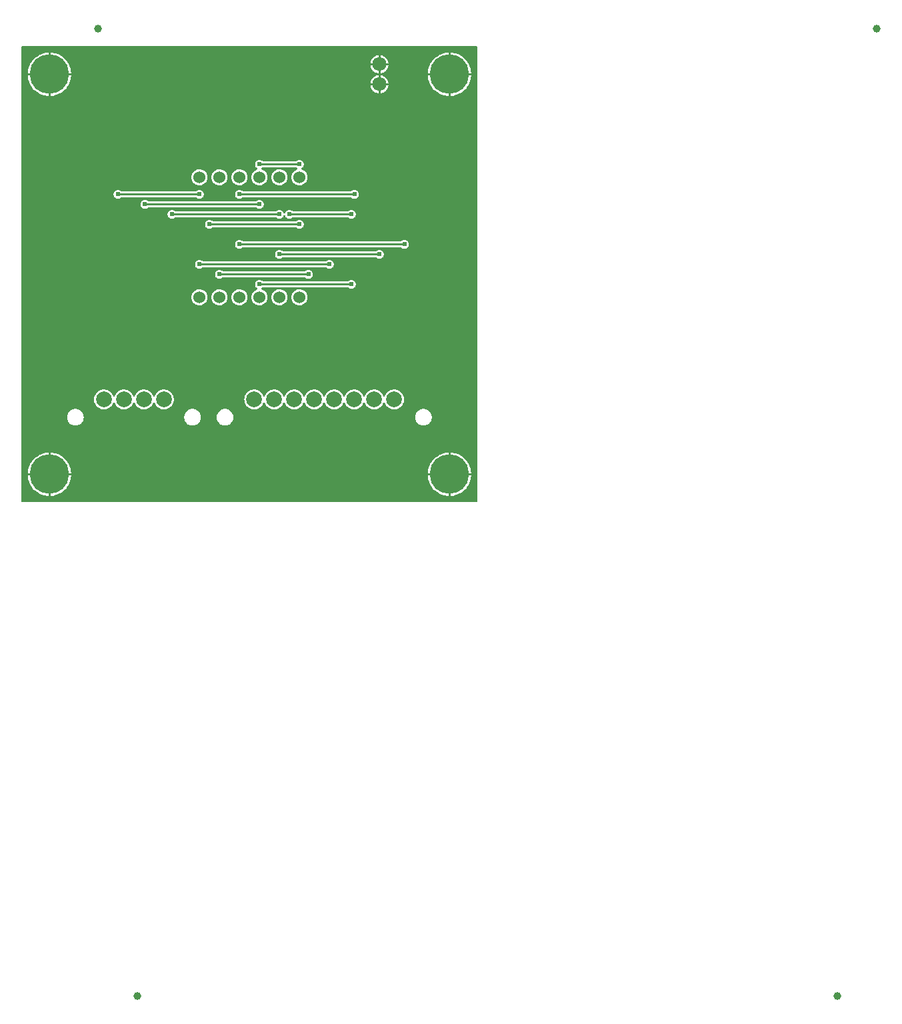
<source format=gbl>
G04 Layer: BottomLayer*
G04 EasyEDA v6.5.22, 2022-11-24 12:25:33*
G04 d5585ffcc7884e9682782ddcc4f09953,5a6b42c53f6a479593ecc07194224c93,10*
G04 Gerber Generator version 0.2*
G04 Scale: 100 percent, Rotated: No, Reflected: No *
G04 Dimensions in millimeters *
G04 leading zeros omitted , absolute positions ,4 integer and 5 decimal *
%FSLAX45Y45*%
%MOMM*%

%ADD10C,0.2540*%
%ADD11C,1.0000*%
%ADD12C,5.0000*%
%ADD13C,2.0000*%
%ADD14C,1.8000*%
%ADD15C,1.5240*%
%ADD16C,0.6096*%
%ADD17C,0.0130*%

%LPD*%
G36*
X5805932Y25908D02*
G01*
X36068Y26416D01*
X32156Y27178D01*
X28905Y29413D01*
X26670Y32664D01*
X25908Y36576D01*
X25908Y5805932D01*
X26670Y5809843D01*
X28905Y5813094D01*
X32156Y5815330D01*
X36068Y5816092D01*
X5805932Y5816092D01*
X5809843Y5815330D01*
X5813094Y5813094D01*
X5815330Y5809843D01*
X5816092Y5805932D01*
X5816092Y36068D01*
X5815330Y32207D01*
X5813094Y28905D01*
X5809843Y26670D01*
G37*

%LPC*%
G36*
X4456887Y5600700D02*
G01*
X4559300Y5600700D01*
X4559300Y5702960D01*
X4550308Y5701842D01*
X4536186Y5698236D01*
X4522673Y5692851D01*
X4509922Y5685840D01*
X4498136Y5677306D01*
X4487519Y5667349D01*
X4478223Y5656122D01*
X4470450Y5643829D01*
X4464253Y5630672D01*
X4459732Y5616803D01*
X4457039Y5602528D01*
G37*
G36*
X393700Y105562D02*
G01*
X398322Y105664D01*
X421284Y108051D01*
X443992Y112369D01*
X466242Y118618D01*
X487934Y126644D01*
X508812Y136499D01*
X528828Y148031D01*
X547827Y161239D01*
X565607Y175971D01*
X582117Y192125D01*
X597204Y209600D01*
X610819Y228295D01*
X622757Y248107D01*
X633018Y268782D01*
X641553Y290271D01*
X648208Y312369D01*
X653034Y334975D01*
X655929Y357936D01*
X656336Y368300D01*
X393700Y368300D01*
G37*
G36*
X5448300Y105613D02*
G01*
X5448300Y368300D01*
X5185410Y368300D01*
X5187289Y346405D01*
X5191150Y323646D01*
X5196890Y301244D01*
X5204460Y279450D01*
X5213858Y258317D01*
X5224983Y238099D01*
X5237784Y218846D01*
X5252161Y200710D01*
X5267960Y183896D01*
X5285130Y168402D01*
X5303520Y154432D01*
X5323027Y142087D01*
X5343499Y131368D01*
X5364835Y122428D01*
X5386781Y115265D01*
X5409285Y109982D01*
X5432145Y106629D01*
G37*
G36*
X368300Y105613D02*
G01*
X368300Y368300D01*
X105410Y368300D01*
X107289Y346405D01*
X111150Y323646D01*
X116890Y301244D01*
X124460Y279450D01*
X133858Y258317D01*
X144983Y238099D01*
X157784Y218846D01*
X172161Y200710D01*
X187960Y183896D01*
X205130Y168402D01*
X223520Y154432D01*
X243027Y142087D01*
X263499Y131368D01*
X284835Y122428D01*
X306781Y115265D01*
X329285Y109982D01*
X352145Y106629D01*
G37*
G36*
X5473700Y393700D02*
G01*
X5736336Y393700D01*
X5735929Y404063D01*
X5733034Y427024D01*
X5728208Y449630D01*
X5721553Y471728D01*
X5713018Y493217D01*
X5702757Y513892D01*
X5690819Y533704D01*
X5677204Y552348D01*
X5662117Y569874D01*
X5645607Y586028D01*
X5627827Y600760D01*
X5608828Y613968D01*
X5588812Y625500D01*
X5567934Y635355D01*
X5546242Y643382D01*
X5523992Y649630D01*
X5501284Y653948D01*
X5478322Y656336D01*
X5473700Y656437D01*
G37*
G36*
X393700Y393700D02*
G01*
X656336Y393700D01*
X655929Y404063D01*
X653034Y427024D01*
X648208Y449630D01*
X641553Y471728D01*
X633018Y493217D01*
X622757Y513892D01*
X610819Y533704D01*
X597204Y552348D01*
X582117Y569874D01*
X565607Y586028D01*
X547827Y600760D01*
X528828Y613968D01*
X508812Y625500D01*
X487934Y635355D01*
X466242Y643382D01*
X443992Y649630D01*
X421284Y653948D01*
X398322Y656336D01*
X393700Y656437D01*
G37*
G36*
X5185410Y393700D02*
G01*
X5448300Y393700D01*
X5448300Y656386D01*
X5432145Y655370D01*
X5409285Y652018D01*
X5386781Y646734D01*
X5364835Y639572D01*
X5343499Y630631D01*
X5323027Y619912D01*
X5303520Y607568D01*
X5285130Y593598D01*
X5267960Y578104D01*
X5252161Y561289D01*
X5237784Y543153D01*
X5224983Y523900D01*
X5213858Y503682D01*
X5204460Y482549D01*
X5196890Y460756D01*
X5191150Y438353D01*
X5187289Y415594D01*
G37*
G36*
X105410Y393700D02*
G01*
X368300Y393700D01*
X368300Y656386D01*
X352145Y655370D01*
X329285Y652018D01*
X306781Y646734D01*
X284835Y639572D01*
X263499Y630631D01*
X243027Y619912D01*
X223520Y607568D01*
X205130Y593598D01*
X187960Y578104D01*
X172161Y561289D01*
X157784Y543153D01*
X144983Y523900D01*
X133858Y503682D01*
X124460Y482549D01*
X116890Y460756D01*
X111150Y438353D01*
X107289Y415594D01*
G37*
G36*
X710488Y999032D02*
G01*
X724306Y999896D01*
X737870Y1002639D01*
X751027Y1007059D01*
X763422Y1013206D01*
X774954Y1020876D01*
X785368Y1030020D01*
X794512Y1040434D01*
X802182Y1051966D01*
X808329Y1064361D01*
X812749Y1077518D01*
X815492Y1091082D01*
X816356Y1104900D01*
X815492Y1118717D01*
X812749Y1132281D01*
X808329Y1145438D01*
X802182Y1157833D01*
X794512Y1169365D01*
X785368Y1179779D01*
X774954Y1188923D01*
X763422Y1196594D01*
X751027Y1202740D01*
X737870Y1207160D01*
X724306Y1209903D01*
X710488Y1210767D01*
X696671Y1209903D01*
X683107Y1207160D01*
X669950Y1202740D01*
X657555Y1196594D01*
X646023Y1188923D01*
X635609Y1179779D01*
X626465Y1169365D01*
X618794Y1157833D01*
X612648Y1145438D01*
X608228Y1132281D01*
X605485Y1118717D01*
X604621Y1104900D01*
X605485Y1091082D01*
X608228Y1077518D01*
X612648Y1064361D01*
X618794Y1051966D01*
X626465Y1040434D01*
X635609Y1030020D01*
X646023Y1020876D01*
X657555Y1013206D01*
X669950Y1007059D01*
X683107Y1002639D01*
X696671Y999896D01*
G37*
G36*
X2197709Y999032D02*
G01*
X2211527Y999896D01*
X2225090Y1002639D01*
X2238197Y1007059D01*
X2250643Y1013206D01*
X2262124Y1020876D01*
X2272538Y1030020D01*
X2281682Y1040434D01*
X2289403Y1051966D01*
X2295499Y1064361D01*
X2299970Y1077518D01*
X2302662Y1091082D01*
X2303576Y1104900D01*
X2302662Y1118717D01*
X2299970Y1132281D01*
X2295499Y1145438D01*
X2289403Y1157833D01*
X2281682Y1169365D01*
X2272538Y1179779D01*
X2262124Y1188923D01*
X2250643Y1196594D01*
X2238197Y1202740D01*
X2225090Y1207160D01*
X2211527Y1209903D01*
X2197709Y1210767D01*
X2183841Y1209903D01*
X2170277Y1207160D01*
X2157171Y1202740D01*
X2144725Y1196594D01*
X2133244Y1188923D01*
X2122830Y1179779D01*
X2113686Y1169365D01*
X2105964Y1157833D01*
X2099868Y1145438D01*
X2095398Y1132281D01*
X2092706Y1118717D01*
X2091791Y1104900D01*
X2092706Y1091082D01*
X2095398Y1077518D01*
X2099868Y1064361D01*
X2105964Y1051966D01*
X2113686Y1040434D01*
X2122830Y1030020D01*
X2133244Y1020876D01*
X2144725Y1013206D01*
X2157171Y1007059D01*
X2170277Y1002639D01*
X2183841Y999896D01*
G37*
G36*
X2610104Y999032D02*
G01*
X2623921Y999896D01*
X2637485Y1002639D01*
X2650642Y1007059D01*
X2663037Y1013206D01*
X2674569Y1020876D01*
X2684983Y1030020D01*
X2694127Y1040434D01*
X2701798Y1051966D01*
X2707944Y1064361D01*
X2712364Y1077518D01*
X2715107Y1091082D01*
X2715971Y1104900D01*
X2715107Y1118717D01*
X2712364Y1132281D01*
X2707944Y1145438D01*
X2701798Y1157833D01*
X2694127Y1169365D01*
X2684983Y1179779D01*
X2674569Y1188923D01*
X2663037Y1196594D01*
X2650642Y1202740D01*
X2637485Y1207160D01*
X2623921Y1209903D01*
X2610104Y1210767D01*
X2596286Y1209903D01*
X2582722Y1207160D01*
X2569565Y1202740D01*
X2557170Y1196594D01*
X2545638Y1188923D01*
X2535224Y1179779D01*
X2526080Y1169365D01*
X2518410Y1157833D01*
X2512263Y1145438D01*
X2507843Y1132281D01*
X2505100Y1118717D01*
X2504236Y1104900D01*
X2505100Y1091082D01*
X2507843Y1077518D01*
X2512263Y1064361D01*
X2518410Y1051966D01*
X2526080Y1040434D01*
X2535224Y1030020D01*
X2545638Y1020876D01*
X2557170Y1013206D01*
X2569565Y1007059D01*
X2582722Y1002639D01*
X2596286Y999896D01*
G37*
G36*
X5131308Y999032D02*
G01*
X5145125Y999896D01*
X5158689Y1002639D01*
X5171795Y1007059D01*
X5184241Y1013206D01*
X5195722Y1020876D01*
X5206136Y1030020D01*
X5215280Y1040434D01*
X5223002Y1051966D01*
X5229098Y1064361D01*
X5233568Y1077518D01*
X5236260Y1091082D01*
X5237175Y1104900D01*
X5236260Y1118717D01*
X5233568Y1132281D01*
X5229098Y1145438D01*
X5223002Y1157833D01*
X5215280Y1169365D01*
X5206136Y1179779D01*
X5195722Y1188923D01*
X5184241Y1196594D01*
X5171795Y1202740D01*
X5158689Y1207160D01*
X5145125Y1209903D01*
X5131308Y1210767D01*
X5117439Y1209903D01*
X5103876Y1207160D01*
X5090769Y1202740D01*
X5078323Y1196594D01*
X5066842Y1188923D01*
X5056428Y1179779D01*
X5047284Y1169365D01*
X5039563Y1157833D01*
X5033467Y1145438D01*
X5028996Y1132281D01*
X5026304Y1118717D01*
X5025390Y1104900D01*
X5026304Y1091082D01*
X5028996Y1077518D01*
X5033467Y1064361D01*
X5039563Y1051966D01*
X5047284Y1040434D01*
X5056428Y1030020D01*
X5066842Y1020876D01*
X5078323Y1013206D01*
X5090769Y1007059D01*
X5103876Y1002639D01*
X5117439Y999896D01*
G37*
G36*
X1073099Y1204010D02*
G01*
X1088237Y1204925D01*
X1103223Y1207668D01*
X1117701Y1212189D01*
X1131570Y1218438D01*
X1144574Y1226312D01*
X1156563Y1235659D01*
X1167333Y1246428D01*
X1176680Y1258417D01*
X1184554Y1271422D01*
X1190802Y1285341D01*
X1193038Y1288491D01*
X1196289Y1290574D01*
X1200099Y1291336D01*
X1203858Y1290574D01*
X1207109Y1288491D01*
X1209344Y1285341D01*
X1215593Y1271422D01*
X1223467Y1258417D01*
X1232865Y1246428D01*
X1243584Y1235659D01*
X1255572Y1226312D01*
X1268577Y1218438D01*
X1282446Y1212189D01*
X1296974Y1207668D01*
X1311910Y1204925D01*
X1327099Y1204010D01*
X1342237Y1204925D01*
X1357223Y1207668D01*
X1371701Y1212189D01*
X1385570Y1218438D01*
X1398574Y1226312D01*
X1410563Y1235659D01*
X1421333Y1246428D01*
X1430680Y1258417D01*
X1438554Y1271422D01*
X1444802Y1285341D01*
X1447038Y1288491D01*
X1450289Y1290574D01*
X1454099Y1291336D01*
X1457858Y1290574D01*
X1461109Y1288491D01*
X1463344Y1285341D01*
X1469593Y1271422D01*
X1477467Y1258417D01*
X1486865Y1246428D01*
X1497584Y1235659D01*
X1509572Y1226312D01*
X1522577Y1218438D01*
X1536446Y1212189D01*
X1550974Y1207668D01*
X1565910Y1204925D01*
X1581099Y1204010D01*
X1596237Y1204925D01*
X1611223Y1207668D01*
X1625701Y1212189D01*
X1639570Y1218438D01*
X1652574Y1226312D01*
X1664563Y1235659D01*
X1675333Y1246428D01*
X1684680Y1258417D01*
X1692554Y1271422D01*
X1698802Y1285341D01*
X1701038Y1288491D01*
X1704289Y1290574D01*
X1708099Y1291336D01*
X1711858Y1290574D01*
X1715109Y1288491D01*
X1717344Y1285341D01*
X1723593Y1271422D01*
X1731467Y1258417D01*
X1740865Y1246428D01*
X1751584Y1235659D01*
X1763572Y1226312D01*
X1776577Y1218438D01*
X1790446Y1212189D01*
X1804974Y1207668D01*
X1819910Y1204925D01*
X1835099Y1204010D01*
X1850237Y1204925D01*
X1865223Y1207668D01*
X1879701Y1212189D01*
X1893570Y1218438D01*
X1906574Y1226312D01*
X1918563Y1235659D01*
X1929333Y1246428D01*
X1938680Y1258417D01*
X1946554Y1271422D01*
X1952802Y1285290D01*
X1957324Y1299768D01*
X1960067Y1314754D01*
X1960981Y1329893D01*
X1960067Y1345082D01*
X1957324Y1360017D01*
X1952802Y1374546D01*
X1946554Y1388414D01*
X1938680Y1401419D01*
X1929333Y1413408D01*
X1918563Y1424127D01*
X1906574Y1433525D01*
X1893570Y1441399D01*
X1879701Y1447596D01*
X1865223Y1452118D01*
X1850237Y1454861D01*
X1835099Y1455775D01*
X1819910Y1454861D01*
X1804974Y1452118D01*
X1790446Y1447596D01*
X1776577Y1441399D01*
X1763572Y1433525D01*
X1751584Y1424127D01*
X1740865Y1413408D01*
X1731467Y1401419D01*
X1723593Y1388414D01*
X1717344Y1374495D01*
X1715109Y1371346D01*
X1711858Y1369212D01*
X1708099Y1368501D01*
X1704289Y1369212D01*
X1701038Y1371346D01*
X1698802Y1374495D01*
X1692554Y1388414D01*
X1684680Y1401419D01*
X1675333Y1413408D01*
X1664563Y1424127D01*
X1652574Y1433525D01*
X1639570Y1441399D01*
X1625701Y1447596D01*
X1611223Y1452118D01*
X1596237Y1454861D01*
X1581099Y1455775D01*
X1565910Y1454861D01*
X1550974Y1452118D01*
X1536446Y1447596D01*
X1522577Y1441399D01*
X1509572Y1433525D01*
X1497584Y1424127D01*
X1486865Y1413408D01*
X1477467Y1401419D01*
X1469593Y1388414D01*
X1463344Y1374495D01*
X1461109Y1371346D01*
X1457858Y1369212D01*
X1454099Y1368501D01*
X1450289Y1369212D01*
X1447038Y1371346D01*
X1444802Y1374495D01*
X1438554Y1388414D01*
X1430680Y1401419D01*
X1421333Y1413408D01*
X1410563Y1424127D01*
X1398574Y1433525D01*
X1385570Y1441399D01*
X1371701Y1447596D01*
X1357223Y1452118D01*
X1342237Y1454861D01*
X1327099Y1455775D01*
X1311910Y1454861D01*
X1296974Y1452118D01*
X1282446Y1447596D01*
X1268577Y1441399D01*
X1255572Y1433525D01*
X1243584Y1424127D01*
X1232865Y1413408D01*
X1223467Y1401419D01*
X1215593Y1388414D01*
X1209344Y1374495D01*
X1207109Y1371346D01*
X1203858Y1369212D01*
X1200099Y1368501D01*
X1196289Y1369212D01*
X1193038Y1371346D01*
X1190802Y1374495D01*
X1184554Y1388414D01*
X1176680Y1401419D01*
X1167333Y1413408D01*
X1156563Y1424127D01*
X1144574Y1433525D01*
X1131570Y1441399D01*
X1117701Y1447596D01*
X1103223Y1452118D01*
X1088237Y1454861D01*
X1073099Y1455775D01*
X1057910Y1454861D01*
X1042974Y1452118D01*
X1028446Y1447596D01*
X1014577Y1441399D01*
X1001572Y1433525D01*
X989584Y1424127D01*
X978865Y1413408D01*
X969467Y1401419D01*
X961593Y1388414D01*
X955395Y1374546D01*
X950874Y1360017D01*
X948131Y1345082D01*
X947216Y1329893D01*
X948131Y1314754D01*
X950874Y1299768D01*
X955395Y1285290D01*
X961593Y1271422D01*
X969467Y1258417D01*
X978865Y1246428D01*
X989584Y1235659D01*
X1001572Y1226312D01*
X1014577Y1218438D01*
X1028446Y1212189D01*
X1042974Y1207668D01*
X1057910Y1204925D01*
G37*
G36*
X4584700Y5600700D02*
G01*
X4687112Y5600700D01*
X4686960Y5602528D01*
X4684268Y5616803D01*
X4679746Y5630672D01*
X4673549Y5643829D01*
X4665776Y5656122D01*
X4656480Y5667349D01*
X4645863Y5677306D01*
X4634077Y5685840D01*
X4621326Y5692851D01*
X4607814Y5698236D01*
X4593691Y5701842D01*
X4584700Y5702960D01*
G37*
G36*
X105410Y5473700D02*
G01*
X368300Y5473700D01*
X368300Y5736386D01*
X352145Y5735370D01*
X329285Y5732018D01*
X306781Y5726734D01*
X284835Y5719572D01*
X263499Y5710631D01*
X243027Y5699912D01*
X223520Y5687568D01*
X205130Y5673598D01*
X187960Y5658104D01*
X172161Y5641289D01*
X157784Y5623153D01*
X144983Y5603900D01*
X133858Y5583682D01*
X124460Y5562549D01*
X116890Y5540756D01*
X111150Y5518353D01*
X107289Y5495594D01*
G37*
G36*
X5185410Y5473700D02*
G01*
X5448300Y5473700D01*
X5448300Y5736386D01*
X5432145Y5735370D01*
X5409285Y5732018D01*
X5386781Y5726734D01*
X5364835Y5719572D01*
X5343499Y5710631D01*
X5323027Y5699912D01*
X5303520Y5687568D01*
X5285130Y5673598D01*
X5267960Y5658104D01*
X5252161Y5641289D01*
X5237784Y5623153D01*
X5224983Y5603900D01*
X5213858Y5583682D01*
X5204460Y5562549D01*
X5196890Y5540756D01*
X5191150Y5518353D01*
X5187289Y5495594D01*
G37*
G36*
X2981706Y1204010D02*
G01*
X2996895Y1204925D01*
X3011830Y1207668D01*
X3026359Y1212189D01*
X3040227Y1218438D01*
X3053232Y1226312D01*
X3065170Y1235659D01*
X3075940Y1246428D01*
X3085287Y1258366D01*
X3093161Y1271371D01*
X3099460Y1285290D01*
X3101644Y1288491D01*
X3104896Y1290574D01*
X3108706Y1291285D01*
X3112516Y1290574D01*
X3115767Y1288491D01*
X3117951Y1285290D01*
X3124250Y1271371D01*
X3132124Y1258366D01*
X3141472Y1246428D01*
X3152241Y1235659D01*
X3164179Y1226312D01*
X3177184Y1218438D01*
X3191052Y1212189D01*
X3205581Y1207668D01*
X3220516Y1204925D01*
X3235706Y1204010D01*
X3250895Y1204925D01*
X3265830Y1207668D01*
X3280359Y1212189D01*
X3294227Y1218438D01*
X3307232Y1226312D01*
X3319170Y1235659D01*
X3329940Y1246428D01*
X3339287Y1258366D01*
X3347161Y1271371D01*
X3353460Y1285290D01*
X3355644Y1288491D01*
X3358896Y1290574D01*
X3362706Y1291285D01*
X3366515Y1290574D01*
X3369767Y1288491D01*
X3371951Y1285290D01*
X3378250Y1271371D01*
X3386124Y1258366D01*
X3395472Y1246428D01*
X3406241Y1235659D01*
X3418179Y1226312D01*
X3431184Y1218438D01*
X3445052Y1212189D01*
X3459581Y1207668D01*
X3474516Y1204925D01*
X3489706Y1204010D01*
X3504895Y1204925D01*
X3519830Y1207668D01*
X3534359Y1212189D01*
X3548227Y1218438D01*
X3561232Y1226312D01*
X3573170Y1235659D01*
X3583940Y1246428D01*
X3593287Y1258366D01*
X3601161Y1271371D01*
X3607460Y1285290D01*
X3609644Y1288491D01*
X3612896Y1290574D01*
X3616706Y1291285D01*
X3620515Y1290574D01*
X3623767Y1288491D01*
X3625951Y1285290D01*
X3632250Y1271371D01*
X3640124Y1258366D01*
X3649472Y1246428D01*
X3660241Y1235659D01*
X3672179Y1226312D01*
X3685184Y1218438D01*
X3699052Y1212189D01*
X3713581Y1207668D01*
X3728516Y1204925D01*
X3743706Y1204010D01*
X3758895Y1204925D01*
X3773830Y1207668D01*
X3788359Y1212189D01*
X3802227Y1218438D01*
X3815232Y1226312D01*
X3827170Y1235659D01*
X3837940Y1246428D01*
X3847287Y1258366D01*
X3855161Y1271371D01*
X3861460Y1285290D01*
X3863644Y1288491D01*
X3866896Y1290574D01*
X3870706Y1291285D01*
X3874515Y1290574D01*
X3877767Y1288491D01*
X3879951Y1285290D01*
X3886250Y1271371D01*
X3894124Y1258366D01*
X3903472Y1246428D01*
X3914241Y1235659D01*
X3926179Y1226312D01*
X3939184Y1218438D01*
X3953052Y1212189D01*
X3967581Y1207668D01*
X3982516Y1204925D01*
X3997706Y1204010D01*
X4012895Y1204925D01*
X4027830Y1207668D01*
X4042359Y1212189D01*
X4056227Y1218438D01*
X4069232Y1226312D01*
X4081170Y1235659D01*
X4091940Y1246428D01*
X4101287Y1258366D01*
X4109161Y1271371D01*
X4115460Y1285290D01*
X4117644Y1288491D01*
X4120896Y1290574D01*
X4124706Y1291285D01*
X4128515Y1290574D01*
X4131767Y1288491D01*
X4133951Y1285290D01*
X4140250Y1271371D01*
X4148124Y1258366D01*
X4157472Y1246428D01*
X4168241Y1235659D01*
X4180179Y1226312D01*
X4193184Y1218438D01*
X4207052Y1212189D01*
X4221581Y1207668D01*
X4236516Y1204925D01*
X4251706Y1204010D01*
X4266895Y1204925D01*
X4281830Y1207668D01*
X4296359Y1212189D01*
X4310227Y1218438D01*
X4323232Y1226312D01*
X4335170Y1235659D01*
X4345940Y1246428D01*
X4355287Y1258366D01*
X4363161Y1271371D01*
X4369460Y1285290D01*
X4371644Y1288491D01*
X4374896Y1290574D01*
X4378706Y1291285D01*
X4382516Y1290574D01*
X4385767Y1288491D01*
X4387951Y1285290D01*
X4394250Y1271371D01*
X4402124Y1258366D01*
X4411472Y1246428D01*
X4422241Y1235659D01*
X4434179Y1226312D01*
X4447184Y1218438D01*
X4461052Y1212189D01*
X4475581Y1207668D01*
X4490516Y1204925D01*
X4505706Y1204010D01*
X4520895Y1204925D01*
X4535830Y1207668D01*
X4550359Y1212189D01*
X4564227Y1218438D01*
X4577232Y1226312D01*
X4589170Y1235659D01*
X4599940Y1246428D01*
X4609287Y1258366D01*
X4617161Y1271371D01*
X4623460Y1285290D01*
X4625644Y1288491D01*
X4628896Y1290574D01*
X4632706Y1291285D01*
X4636516Y1290574D01*
X4639767Y1288491D01*
X4641951Y1285290D01*
X4648250Y1271371D01*
X4656124Y1258366D01*
X4665472Y1246428D01*
X4676241Y1235659D01*
X4688179Y1226312D01*
X4701184Y1218438D01*
X4715052Y1212189D01*
X4729581Y1207668D01*
X4744516Y1204925D01*
X4759706Y1204010D01*
X4774895Y1204925D01*
X4789830Y1207668D01*
X4804359Y1212189D01*
X4818227Y1218438D01*
X4831232Y1226312D01*
X4843170Y1235659D01*
X4853940Y1246428D01*
X4863287Y1258366D01*
X4871161Y1271371D01*
X4877409Y1285240D01*
X4881930Y1299768D01*
X4884674Y1314704D01*
X4885588Y1329893D01*
X4884674Y1345082D01*
X4881930Y1360017D01*
X4877409Y1374546D01*
X4871161Y1388414D01*
X4863287Y1401419D01*
X4853940Y1413357D01*
X4843170Y1424127D01*
X4831232Y1433474D01*
X4818227Y1441348D01*
X4804359Y1447596D01*
X4789830Y1452118D01*
X4774895Y1454861D01*
X4759706Y1455775D01*
X4744516Y1454861D01*
X4729581Y1452118D01*
X4715052Y1447596D01*
X4701184Y1441348D01*
X4688179Y1433474D01*
X4676241Y1424127D01*
X4665472Y1413357D01*
X4656124Y1401419D01*
X4648250Y1388414D01*
X4641951Y1374495D01*
X4639767Y1371295D01*
X4636516Y1369212D01*
X4632706Y1368501D01*
X4628896Y1369212D01*
X4625644Y1371295D01*
X4623460Y1374495D01*
X4617161Y1388414D01*
X4609287Y1401419D01*
X4599940Y1413357D01*
X4589170Y1424127D01*
X4577232Y1433474D01*
X4564227Y1441348D01*
X4550359Y1447596D01*
X4535830Y1452118D01*
X4520895Y1454861D01*
X4505706Y1455775D01*
X4490516Y1454861D01*
X4475581Y1452118D01*
X4461052Y1447596D01*
X4447184Y1441348D01*
X4434179Y1433474D01*
X4422241Y1424127D01*
X4411472Y1413357D01*
X4402124Y1401419D01*
X4394250Y1388414D01*
X4387951Y1374495D01*
X4385767Y1371295D01*
X4382516Y1369212D01*
X4378706Y1368501D01*
X4374896Y1369212D01*
X4371644Y1371295D01*
X4369460Y1374495D01*
X4363161Y1388414D01*
X4355287Y1401419D01*
X4345940Y1413357D01*
X4335170Y1424127D01*
X4323232Y1433474D01*
X4310227Y1441348D01*
X4296359Y1447596D01*
X4281830Y1452118D01*
X4266895Y1454861D01*
X4251706Y1455775D01*
X4236516Y1454861D01*
X4221581Y1452118D01*
X4207052Y1447596D01*
X4193184Y1441348D01*
X4180179Y1433474D01*
X4168241Y1424127D01*
X4157472Y1413357D01*
X4148124Y1401419D01*
X4140250Y1388414D01*
X4133951Y1374495D01*
X4131767Y1371295D01*
X4128515Y1369212D01*
X4124706Y1368501D01*
X4120896Y1369212D01*
X4117644Y1371295D01*
X4115460Y1374495D01*
X4109161Y1388414D01*
X4101287Y1401419D01*
X4091940Y1413357D01*
X4081170Y1424127D01*
X4069232Y1433474D01*
X4056227Y1441348D01*
X4042359Y1447596D01*
X4027830Y1452118D01*
X4012895Y1454861D01*
X3997706Y1455775D01*
X3982516Y1454861D01*
X3967581Y1452118D01*
X3953052Y1447596D01*
X3939184Y1441348D01*
X3926179Y1433474D01*
X3914241Y1424127D01*
X3903472Y1413357D01*
X3894124Y1401419D01*
X3886250Y1388414D01*
X3879951Y1374495D01*
X3877767Y1371295D01*
X3874515Y1369212D01*
X3870706Y1368501D01*
X3866896Y1369212D01*
X3863644Y1371295D01*
X3861460Y1374495D01*
X3855161Y1388414D01*
X3847287Y1401419D01*
X3837940Y1413357D01*
X3827170Y1424127D01*
X3815232Y1433474D01*
X3802227Y1441348D01*
X3788359Y1447596D01*
X3773830Y1452118D01*
X3758895Y1454861D01*
X3743706Y1455775D01*
X3728516Y1454861D01*
X3713581Y1452118D01*
X3699052Y1447596D01*
X3685184Y1441348D01*
X3672179Y1433474D01*
X3660241Y1424127D01*
X3649472Y1413357D01*
X3640124Y1401419D01*
X3632250Y1388414D01*
X3625951Y1374495D01*
X3623767Y1371295D01*
X3620515Y1369212D01*
X3616706Y1368501D01*
X3612896Y1369212D01*
X3609644Y1371295D01*
X3607460Y1374495D01*
X3601161Y1388414D01*
X3593287Y1401419D01*
X3583940Y1413357D01*
X3573170Y1424127D01*
X3561232Y1433474D01*
X3548227Y1441348D01*
X3534359Y1447596D01*
X3519830Y1452118D01*
X3504895Y1454861D01*
X3489706Y1455775D01*
X3474516Y1454861D01*
X3459581Y1452118D01*
X3445052Y1447596D01*
X3431184Y1441348D01*
X3418179Y1433474D01*
X3406241Y1424127D01*
X3395472Y1413357D01*
X3386124Y1401419D01*
X3378250Y1388414D01*
X3371951Y1374495D01*
X3369767Y1371295D01*
X3366515Y1369212D01*
X3362706Y1368501D01*
X3358896Y1369212D01*
X3355644Y1371295D01*
X3353460Y1374495D01*
X3347161Y1388414D01*
X3339287Y1401419D01*
X3329940Y1413357D01*
X3319170Y1424127D01*
X3307232Y1433474D01*
X3294227Y1441348D01*
X3280359Y1447596D01*
X3265830Y1452118D01*
X3250895Y1454861D01*
X3235706Y1455775D01*
X3220516Y1454861D01*
X3205581Y1452118D01*
X3191052Y1447596D01*
X3177184Y1441348D01*
X3164179Y1433474D01*
X3152241Y1424127D01*
X3141472Y1413357D01*
X3132124Y1401419D01*
X3124250Y1388414D01*
X3117951Y1374495D01*
X3115767Y1371295D01*
X3112516Y1369212D01*
X3108706Y1368501D01*
X3104896Y1369212D01*
X3101644Y1371295D01*
X3099460Y1374495D01*
X3093161Y1388414D01*
X3085287Y1401419D01*
X3075940Y1413357D01*
X3065170Y1424127D01*
X3053232Y1433474D01*
X3040227Y1441348D01*
X3026359Y1447596D01*
X3011830Y1452118D01*
X2996895Y1454861D01*
X2981706Y1455775D01*
X2966516Y1454861D01*
X2951581Y1452118D01*
X2937052Y1447596D01*
X2923184Y1441348D01*
X2910179Y1433474D01*
X2898241Y1424127D01*
X2887472Y1413357D01*
X2878124Y1401419D01*
X2870250Y1388414D01*
X2864002Y1374546D01*
X2859481Y1360017D01*
X2856738Y1345082D01*
X2855823Y1329893D01*
X2856738Y1314704D01*
X2859481Y1299768D01*
X2864002Y1285240D01*
X2870250Y1271371D01*
X2878124Y1258366D01*
X2887472Y1246428D01*
X2898241Y1235659D01*
X2910179Y1226312D01*
X2923184Y1218438D01*
X2937052Y1212189D01*
X2951581Y1207668D01*
X2966516Y1204925D01*
G37*
G36*
X5473700Y5473700D02*
G01*
X5736336Y5473700D01*
X5735929Y5484063D01*
X5733034Y5507024D01*
X5728208Y5529630D01*
X5721553Y5551728D01*
X5713018Y5573217D01*
X5702757Y5593892D01*
X5690819Y5613704D01*
X5677204Y5632348D01*
X5662117Y5649874D01*
X5645607Y5666028D01*
X5627827Y5680760D01*
X5608828Y5693968D01*
X5588812Y5705500D01*
X5567934Y5715355D01*
X5546242Y5723382D01*
X5523992Y5729630D01*
X5501284Y5733948D01*
X5478322Y5736336D01*
X5473700Y5736437D01*
G37*
G36*
X393700Y5473700D02*
G01*
X656336Y5473700D01*
X655929Y5484063D01*
X653034Y5507024D01*
X648208Y5529630D01*
X641553Y5551728D01*
X633018Y5573217D01*
X622757Y5593892D01*
X610819Y5613704D01*
X597204Y5632348D01*
X582117Y5649874D01*
X565607Y5666028D01*
X547827Y5680760D01*
X528828Y5693968D01*
X508812Y5705500D01*
X487934Y5715355D01*
X466242Y5723382D01*
X443992Y5729630D01*
X421284Y5733948D01*
X398322Y5736336D01*
X393700Y5736437D01*
G37*
G36*
X4584700Y5473039D02*
G01*
X4593691Y5474157D01*
X4607814Y5477764D01*
X4621326Y5483148D01*
X4634077Y5490159D01*
X4645863Y5498693D01*
X4656480Y5508650D01*
X4665776Y5519877D01*
X4673549Y5532170D01*
X4679746Y5545328D01*
X4684268Y5559196D01*
X4686960Y5573471D01*
X4687112Y5575300D01*
X4584700Y5575300D01*
G37*
G36*
X4559300Y5473039D02*
G01*
X4559300Y5575300D01*
X4456887Y5575300D01*
X4457039Y5573471D01*
X4459732Y5559196D01*
X4464253Y5545328D01*
X4470450Y5532170D01*
X4478223Y5519877D01*
X4487519Y5508650D01*
X4498136Y5498693D01*
X4509922Y5490159D01*
X4522673Y5483148D01*
X4536186Y5477764D01*
X4550308Y5474157D01*
G37*
G36*
X4584700Y5346700D02*
G01*
X4687112Y5346700D01*
X4686960Y5348528D01*
X4684268Y5362803D01*
X4679746Y5376672D01*
X4673549Y5389829D01*
X4665776Y5402122D01*
X4656480Y5413349D01*
X4645863Y5423306D01*
X4634077Y5431840D01*
X4621326Y5438851D01*
X4607814Y5444236D01*
X4593691Y5447842D01*
X4584700Y5448960D01*
G37*
G36*
X4456887Y5346700D02*
G01*
X4559300Y5346700D01*
X4559300Y5448960D01*
X4550308Y5447842D01*
X4536186Y5444236D01*
X4522673Y5438851D01*
X4509922Y5431840D01*
X4498136Y5423306D01*
X4487519Y5413349D01*
X4478223Y5402122D01*
X4470450Y5389829D01*
X4464253Y5376672D01*
X4459732Y5362803D01*
X4457039Y5348528D01*
G37*
G36*
X4559300Y5219039D02*
G01*
X4559300Y5321300D01*
X4456887Y5321300D01*
X4457039Y5319471D01*
X4459732Y5305196D01*
X4464253Y5291328D01*
X4470450Y5278170D01*
X4478223Y5265877D01*
X4487519Y5254650D01*
X4498136Y5244693D01*
X4509922Y5236159D01*
X4522673Y5229148D01*
X4536186Y5223764D01*
X4550308Y5220157D01*
G37*
G36*
X4584700Y5219039D02*
G01*
X4593691Y5220157D01*
X4607814Y5223764D01*
X4621326Y5229148D01*
X4634077Y5236159D01*
X4645863Y5244693D01*
X4656480Y5254650D01*
X4665776Y5265877D01*
X4673549Y5278170D01*
X4679746Y5291328D01*
X4684268Y5305196D01*
X4686960Y5319471D01*
X4687112Y5321300D01*
X4584700Y5321300D01*
G37*
G36*
X368300Y5185613D02*
G01*
X368300Y5448300D01*
X105410Y5448300D01*
X107289Y5426405D01*
X111150Y5403646D01*
X116890Y5381244D01*
X124460Y5359450D01*
X133858Y5338318D01*
X144983Y5318099D01*
X157784Y5298846D01*
X172161Y5280710D01*
X187960Y5263896D01*
X205130Y5248402D01*
X223520Y5234432D01*
X243027Y5222087D01*
X263499Y5211368D01*
X284835Y5202428D01*
X306781Y5195265D01*
X329285Y5189982D01*
X352145Y5186629D01*
G37*
G36*
X5448300Y5185613D02*
G01*
X5448300Y5448300D01*
X5185410Y5448300D01*
X5187289Y5426405D01*
X5191150Y5403646D01*
X5196890Y5381244D01*
X5204460Y5359450D01*
X5213858Y5338318D01*
X5224983Y5318099D01*
X5237784Y5298846D01*
X5252161Y5280710D01*
X5267960Y5263896D01*
X5285130Y5248402D01*
X5303520Y5234432D01*
X5323027Y5222087D01*
X5343499Y5211368D01*
X5364835Y5202428D01*
X5386781Y5195265D01*
X5409285Y5189982D01*
X5432145Y5186629D01*
G37*
G36*
X393700Y5185562D02*
G01*
X398322Y5185664D01*
X421284Y5188051D01*
X443992Y5192369D01*
X466242Y5198618D01*
X487934Y5206644D01*
X508812Y5216499D01*
X528828Y5228031D01*
X547827Y5241239D01*
X565607Y5255971D01*
X582117Y5272125D01*
X597204Y5289600D01*
X610819Y5308295D01*
X622757Y5328107D01*
X633018Y5348782D01*
X641553Y5370271D01*
X648208Y5392369D01*
X653034Y5414975D01*
X655929Y5437936D01*
X656336Y5448300D01*
X393700Y5448300D01*
G37*
G36*
X5473700Y5185562D02*
G01*
X5478322Y5185664D01*
X5501284Y5188051D01*
X5523992Y5192369D01*
X5546242Y5198618D01*
X5567934Y5206644D01*
X5588812Y5216499D01*
X5608828Y5228031D01*
X5627827Y5241239D01*
X5645607Y5255971D01*
X5662117Y5272125D01*
X5677204Y5289600D01*
X5690819Y5308295D01*
X5702757Y5328107D01*
X5713018Y5348782D01*
X5721553Y5370271D01*
X5728208Y5392369D01*
X5733034Y5414975D01*
X5735929Y5437936D01*
X5736336Y5448300D01*
X5473700Y5448300D01*
G37*
G36*
X3044596Y4050893D02*
G01*
X3058210Y4051350D01*
X3071672Y4053586D01*
X3084677Y4057650D01*
X3097072Y4063390D01*
X3108553Y4070705D01*
X3118967Y4079544D01*
X3128111Y4089654D01*
X3135833Y4100880D01*
X3141980Y4113072D01*
X3146450Y4125925D01*
X3149193Y4139285D01*
X3150108Y4152900D01*
X3149193Y4166514D01*
X3146450Y4179874D01*
X3141980Y4192778D01*
X3135833Y4204919D01*
X3128111Y4216196D01*
X3118967Y4226306D01*
X3108553Y4235094D01*
X3097072Y4242409D01*
X3084677Y4248150D01*
X3077616Y4250385D01*
X3074111Y4252264D01*
X3071571Y4255414D01*
X3070504Y4259275D01*
X3070961Y4263288D01*
X3072993Y4266742D01*
X3076143Y4269181D01*
X3084220Y4274820D01*
X3085795Y4276394D01*
X3089097Y4278630D01*
X3093008Y4279392D01*
X3510991Y4279392D01*
X3514902Y4278630D01*
X3518204Y4276394D01*
X3519779Y4274870D01*
X3528822Y4268571D01*
X3531819Y4265371D01*
X3533190Y4261205D01*
X3532632Y4256836D01*
X3530346Y4253128D01*
X3526688Y4250740D01*
X3513023Y4245508D01*
X3501085Y4238955D01*
X3490112Y4230878D01*
X3480308Y4221378D01*
X3471824Y4210659D01*
X3464864Y4198924D01*
X3459581Y4186377D01*
X3455974Y4173220D01*
X3454146Y4159707D01*
X3454146Y4146092D01*
X3455974Y4132579D01*
X3459581Y4119422D01*
X3464864Y4106875D01*
X3471824Y4095140D01*
X3480308Y4084421D01*
X3490112Y4074972D01*
X3501085Y4066844D01*
X3513023Y4060291D01*
X3525774Y4055414D01*
X3539032Y4052265D01*
X3552596Y4050893D01*
X3566210Y4051350D01*
X3579672Y4053586D01*
X3592677Y4057650D01*
X3605072Y4063390D01*
X3616553Y4070705D01*
X3626967Y4079544D01*
X3636111Y4089654D01*
X3643833Y4100880D01*
X3649979Y4113072D01*
X3654450Y4125925D01*
X3657193Y4139285D01*
X3658108Y4152900D01*
X3657193Y4166514D01*
X3654450Y4179874D01*
X3649979Y4192778D01*
X3643833Y4204919D01*
X3636111Y4216196D01*
X3626967Y4226306D01*
X3616553Y4235094D01*
X3605072Y4242409D01*
X3592677Y4248150D01*
X3585616Y4250385D01*
X3582111Y4252264D01*
X3579571Y4255414D01*
X3578504Y4259275D01*
X3579012Y4263288D01*
X3580993Y4266742D01*
X3584143Y4269181D01*
X3592220Y4274820D01*
X3599179Y4281779D01*
X3604818Y4289806D01*
X3608933Y4298746D01*
X3611473Y4308195D01*
X3612337Y4318000D01*
X3611473Y4327804D01*
X3608933Y4337253D01*
X3604818Y4346194D01*
X3599179Y4354220D01*
X3592220Y4361180D01*
X3584194Y4366818D01*
X3575253Y4370933D01*
X3565804Y4373473D01*
X3556000Y4374337D01*
X3546195Y4373473D01*
X3536746Y4370933D01*
X3527806Y4366818D01*
X3519779Y4361180D01*
X3518204Y4359605D01*
X3514902Y4357370D01*
X3510991Y4356608D01*
X3093008Y4356608D01*
X3089097Y4357370D01*
X3085795Y4359605D01*
X3084220Y4361180D01*
X3076194Y4366818D01*
X3067253Y4370933D01*
X3057804Y4373473D01*
X3048000Y4374337D01*
X3038195Y4373473D01*
X3028746Y4370933D01*
X3019806Y4366818D01*
X3011779Y4361180D01*
X3004820Y4354220D01*
X2999181Y4346194D01*
X2995066Y4337253D01*
X2992526Y4327804D01*
X2991662Y4318000D01*
X2992526Y4308195D01*
X2995066Y4298746D01*
X2999181Y4289806D01*
X3004820Y4281779D01*
X3011779Y4274870D01*
X3020822Y4268571D01*
X3023819Y4265371D01*
X3025190Y4261205D01*
X3024632Y4256836D01*
X3022346Y4253128D01*
X3018688Y4250740D01*
X3005023Y4245508D01*
X2993085Y4238955D01*
X2982112Y4230878D01*
X2972308Y4221378D01*
X2963824Y4210659D01*
X2956864Y4198924D01*
X2951581Y4186377D01*
X2947974Y4173220D01*
X2946146Y4159707D01*
X2946146Y4146092D01*
X2947974Y4132579D01*
X2951581Y4119422D01*
X2956864Y4106875D01*
X2963824Y4095140D01*
X2972308Y4084421D01*
X2982112Y4074922D01*
X2993085Y4066844D01*
X3005023Y4060291D01*
X3017774Y4055414D01*
X3031032Y4052265D01*
G37*
G36*
X2536596Y4050893D02*
G01*
X2550210Y4051350D01*
X2563672Y4053586D01*
X2576677Y4057650D01*
X2589072Y4063390D01*
X2600553Y4070705D01*
X2610967Y4079544D01*
X2620111Y4089654D01*
X2627833Y4100880D01*
X2633980Y4113072D01*
X2638450Y4125925D01*
X2641193Y4139285D01*
X2642108Y4152900D01*
X2641193Y4166514D01*
X2638450Y4179874D01*
X2633980Y4192778D01*
X2627833Y4204919D01*
X2620111Y4216196D01*
X2610967Y4226306D01*
X2600553Y4235094D01*
X2589072Y4242409D01*
X2576677Y4248150D01*
X2563672Y4252214D01*
X2550210Y4254500D01*
X2536596Y4254957D01*
X2523032Y4253585D01*
X2509774Y4250385D01*
X2497023Y4245508D01*
X2485085Y4238955D01*
X2474112Y4230878D01*
X2464308Y4221378D01*
X2455824Y4210659D01*
X2448864Y4198924D01*
X2443581Y4186377D01*
X2439974Y4173220D01*
X2438146Y4159707D01*
X2438146Y4146092D01*
X2439974Y4132579D01*
X2443581Y4119422D01*
X2448864Y4106875D01*
X2455824Y4095140D01*
X2464308Y4084421D01*
X2474112Y4074922D01*
X2485085Y4066844D01*
X2497023Y4060291D01*
X2509774Y4055414D01*
X2523032Y4052265D01*
G37*
G36*
X3298596Y4050893D02*
G01*
X3312210Y4051350D01*
X3325672Y4053586D01*
X3338677Y4057650D01*
X3351072Y4063390D01*
X3362553Y4070705D01*
X3372967Y4079544D01*
X3382111Y4089654D01*
X3389833Y4100880D01*
X3395979Y4113072D01*
X3400450Y4125925D01*
X3403193Y4139285D01*
X3404108Y4152900D01*
X3403193Y4166514D01*
X3400450Y4179874D01*
X3395979Y4192778D01*
X3389833Y4204919D01*
X3382111Y4216196D01*
X3372967Y4226306D01*
X3362553Y4235094D01*
X3351072Y4242409D01*
X3338677Y4248150D01*
X3325672Y4252214D01*
X3312210Y4254500D01*
X3298596Y4254957D01*
X3285032Y4253585D01*
X3271774Y4250385D01*
X3259023Y4245508D01*
X3247085Y4238955D01*
X3236112Y4230878D01*
X3226308Y4221378D01*
X3217824Y4210659D01*
X3210864Y4198924D01*
X3205581Y4186377D01*
X3201974Y4173220D01*
X3200146Y4159707D01*
X3200146Y4146092D01*
X3201974Y4132579D01*
X3205581Y4119422D01*
X3210864Y4106875D01*
X3217824Y4095140D01*
X3226308Y4084421D01*
X3236112Y4074922D01*
X3247085Y4066844D01*
X3259023Y4060291D01*
X3271774Y4055414D01*
X3285032Y4052265D01*
G37*
G36*
X2282596Y4050893D02*
G01*
X2296210Y4051350D01*
X2309672Y4053586D01*
X2322677Y4057650D01*
X2335072Y4063390D01*
X2346553Y4070705D01*
X2356967Y4079544D01*
X2366111Y4089654D01*
X2373833Y4100880D01*
X2379980Y4113072D01*
X2384450Y4125925D01*
X2387193Y4139285D01*
X2388108Y4152900D01*
X2387193Y4166514D01*
X2384450Y4179874D01*
X2379980Y4192778D01*
X2373833Y4204919D01*
X2366111Y4216196D01*
X2356967Y4226306D01*
X2346553Y4235094D01*
X2335072Y4242409D01*
X2322677Y4248150D01*
X2309672Y4252214D01*
X2296210Y4254500D01*
X2282596Y4254957D01*
X2269032Y4253585D01*
X2255774Y4250385D01*
X2243023Y4245508D01*
X2231085Y4238955D01*
X2220112Y4230878D01*
X2210308Y4221378D01*
X2201824Y4210659D01*
X2194864Y4198924D01*
X2189581Y4186377D01*
X2185974Y4173220D01*
X2184146Y4159707D01*
X2184146Y4146092D01*
X2185974Y4132579D01*
X2189581Y4119422D01*
X2194864Y4106875D01*
X2201824Y4095140D01*
X2210308Y4084421D01*
X2220112Y4074922D01*
X2231085Y4066844D01*
X2243023Y4060291D01*
X2255774Y4055414D01*
X2269032Y4052265D01*
G37*
G36*
X2790596Y4050893D02*
G01*
X2804210Y4051350D01*
X2817672Y4053586D01*
X2830677Y4057650D01*
X2843072Y4063390D01*
X2854553Y4070705D01*
X2864967Y4079544D01*
X2874111Y4089654D01*
X2881833Y4100880D01*
X2887980Y4113072D01*
X2892450Y4125925D01*
X2895193Y4139285D01*
X2896108Y4152900D01*
X2895193Y4166514D01*
X2892450Y4179874D01*
X2887980Y4192778D01*
X2881833Y4204919D01*
X2874111Y4216146D01*
X2864967Y4226306D01*
X2854553Y4235094D01*
X2843072Y4242409D01*
X2830677Y4248150D01*
X2817672Y4252214D01*
X2804210Y4254500D01*
X2790596Y4254906D01*
X2777032Y4253585D01*
X2763774Y4250385D01*
X2751023Y4245508D01*
X2739085Y4238955D01*
X2728112Y4230878D01*
X2718308Y4221378D01*
X2709824Y4210659D01*
X2702864Y4198924D01*
X2697581Y4186377D01*
X2693974Y4173220D01*
X2692146Y4159707D01*
X2692146Y4146092D01*
X2693974Y4132579D01*
X2697581Y4119422D01*
X2702864Y4106875D01*
X2709824Y4095140D01*
X2718308Y4084421D01*
X2728112Y4074922D01*
X2739085Y4066844D01*
X2751023Y4060291D01*
X2763774Y4055414D01*
X2777032Y4052214D01*
G37*
G36*
X2536596Y2526893D02*
G01*
X2550210Y2527350D01*
X2563672Y2529586D01*
X2576677Y2533650D01*
X2589072Y2539390D01*
X2600553Y2546705D01*
X2610967Y2555544D01*
X2620111Y2565654D01*
X2627833Y2576880D01*
X2633980Y2589072D01*
X2638450Y2601925D01*
X2641193Y2615285D01*
X2642108Y2628900D01*
X2641193Y2642514D01*
X2638450Y2655874D01*
X2633980Y2668778D01*
X2627833Y2680919D01*
X2620111Y2692196D01*
X2610967Y2702306D01*
X2600553Y2711094D01*
X2589072Y2718409D01*
X2576677Y2724150D01*
X2563672Y2728214D01*
X2550210Y2730500D01*
X2536596Y2730957D01*
X2523032Y2729585D01*
X2509774Y2726385D01*
X2497023Y2721508D01*
X2485085Y2714955D01*
X2474112Y2706878D01*
X2464308Y2697378D01*
X2455824Y2686659D01*
X2448864Y2674924D01*
X2443581Y2662377D01*
X2439974Y2649220D01*
X2438146Y2635707D01*
X2438146Y2622092D01*
X2439974Y2608580D01*
X2443581Y2595422D01*
X2448864Y2582875D01*
X2455824Y2571140D01*
X2464308Y2560421D01*
X2474112Y2550972D01*
X2485085Y2542844D01*
X2497023Y2536291D01*
X2509774Y2531414D01*
X2523032Y2528265D01*
G37*
G36*
X2790596Y2526893D02*
G01*
X2804210Y2527350D01*
X2817672Y2529586D01*
X2830677Y2533650D01*
X2843072Y2539390D01*
X2854553Y2546705D01*
X2864967Y2555544D01*
X2874111Y2565654D01*
X2881833Y2576880D01*
X2887980Y2589072D01*
X2892450Y2601925D01*
X2895193Y2615285D01*
X2896108Y2628900D01*
X2895193Y2642514D01*
X2892450Y2655874D01*
X2887980Y2668778D01*
X2881833Y2680919D01*
X2874111Y2692196D01*
X2864967Y2702306D01*
X2854553Y2711094D01*
X2843072Y2718409D01*
X2830677Y2724150D01*
X2817672Y2728214D01*
X2804210Y2730500D01*
X2790596Y2730957D01*
X2777032Y2729585D01*
X2763774Y2726385D01*
X2751023Y2721508D01*
X2739085Y2714955D01*
X2728112Y2706878D01*
X2718308Y2697378D01*
X2709824Y2686659D01*
X2702864Y2674924D01*
X2697581Y2662377D01*
X2693974Y2649220D01*
X2692146Y2635707D01*
X2692146Y2622092D01*
X2693974Y2608580D01*
X2697581Y2595422D01*
X2702864Y2582875D01*
X2709824Y2571140D01*
X2718308Y2560421D01*
X2728112Y2550972D01*
X2739085Y2542844D01*
X2751023Y2536291D01*
X2763774Y2531414D01*
X2777032Y2528265D01*
G37*
G36*
X3298596Y2526893D02*
G01*
X3312210Y2527350D01*
X3325672Y2529586D01*
X3338677Y2533650D01*
X3351072Y2539390D01*
X3362553Y2546705D01*
X3372967Y2555544D01*
X3382111Y2565654D01*
X3389833Y2576880D01*
X3395979Y2589072D01*
X3400450Y2601925D01*
X3403193Y2615285D01*
X3404108Y2628900D01*
X3403193Y2642514D01*
X3400450Y2655874D01*
X3395979Y2668778D01*
X3389833Y2680919D01*
X3382111Y2692196D01*
X3372967Y2702306D01*
X3362553Y2711094D01*
X3351072Y2718409D01*
X3338677Y2724150D01*
X3325672Y2728214D01*
X3312210Y2730500D01*
X3298596Y2730957D01*
X3285032Y2729585D01*
X3271774Y2726385D01*
X3259023Y2721508D01*
X3247085Y2714955D01*
X3236112Y2706878D01*
X3226308Y2697378D01*
X3217824Y2686659D01*
X3210864Y2674924D01*
X3205581Y2662377D01*
X3201974Y2649220D01*
X3200146Y2635707D01*
X3200146Y2622092D01*
X3201974Y2608580D01*
X3205581Y2595422D01*
X3210864Y2582875D01*
X3217824Y2571140D01*
X3226308Y2560421D01*
X3236112Y2550972D01*
X3247085Y2542844D01*
X3259023Y2536291D01*
X3271774Y2531414D01*
X3285032Y2528265D01*
G37*
G36*
X2282596Y2526893D02*
G01*
X2296210Y2527350D01*
X2309672Y2529586D01*
X2322677Y2533650D01*
X2335072Y2539390D01*
X2346553Y2546705D01*
X2356967Y2555544D01*
X2366111Y2565654D01*
X2373833Y2576880D01*
X2379980Y2589072D01*
X2384450Y2601925D01*
X2387193Y2615285D01*
X2388108Y2628900D01*
X2387193Y2642514D01*
X2384450Y2655874D01*
X2379980Y2668778D01*
X2373833Y2680919D01*
X2366111Y2692196D01*
X2356967Y2702306D01*
X2346553Y2711094D01*
X2335072Y2718409D01*
X2322677Y2724150D01*
X2309672Y2728214D01*
X2296210Y2730500D01*
X2282596Y2730957D01*
X2269032Y2729585D01*
X2255774Y2726385D01*
X2243023Y2721508D01*
X2231085Y2714955D01*
X2220112Y2706878D01*
X2210308Y2697378D01*
X2201824Y2686659D01*
X2194864Y2674924D01*
X2189581Y2662377D01*
X2185974Y2649220D01*
X2184146Y2635707D01*
X2184146Y2622092D01*
X2185974Y2608580D01*
X2189581Y2595422D01*
X2194864Y2582875D01*
X2201824Y2571140D01*
X2210308Y2560421D01*
X2220112Y2550972D01*
X2231085Y2542844D01*
X2243023Y2536291D01*
X2255774Y2531414D01*
X2269032Y2528265D01*
G37*
G36*
X3552596Y2526893D02*
G01*
X3566210Y2527350D01*
X3579672Y2529586D01*
X3592677Y2533650D01*
X3605072Y2539390D01*
X3616553Y2546705D01*
X3626967Y2555544D01*
X3636111Y2565654D01*
X3643833Y2576880D01*
X3649979Y2589072D01*
X3654450Y2601925D01*
X3657193Y2615285D01*
X3658108Y2628900D01*
X3657193Y2642514D01*
X3654450Y2655874D01*
X3649979Y2668778D01*
X3643833Y2680919D01*
X3636111Y2692196D01*
X3626967Y2702306D01*
X3616553Y2711094D01*
X3605072Y2718409D01*
X3592677Y2724150D01*
X3579672Y2728214D01*
X3566210Y2730500D01*
X3552596Y2730957D01*
X3539032Y2729585D01*
X3525774Y2726385D01*
X3513023Y2721508D01*
X3501085Y2714955D01*
X3490112Y2706878D01*
X3480308Y2697378D01*
X3471824Y2686659D01*
X3464864Y2674924D01*
X3459581Y2662377D01*
X3455974Y2649220D01*
X3454146Y2635707D01*
X3454146Y2622092D01*
X3455974Y2608580D01*
X3459581Y2595422D01*
X3464864Y2582875D01*
X3471824Y2571140D01*
X3480308Y2560421D01*
X3490112Y2550972D01*
X3501085Y2542844D01*
X3513023Y2536291D01*
X3525774Y2531414D01*
X3539032Y2528265D01*
G37*
G36*
X3044596Y2526893D02*
G01*
X3058210Y2527350D01*
X3071672Y2529586D01*
X3084677Y2533650D01*
X3097072Y2539390D01*
X3108553Y2546705D01*
X3118967Y2555544D01*
X3128111Y2565654D01*
X3135833Y2576880D01*
X3141980Y2589072D01*
X3146450Y2601925D01*
X3149193Y2615285D01*
X3150108Y2628900D01*
X3149193Y2642514D01*
X3146450Y2655874D01*
X3141980Y2668778D01*
X3135833Y2680919D01*
X3128111Y2692196D01*
X3118967Y2702306D01*
X3108553Y2711094D01*
X3097072Y2718409D01*
X3084677Y2724150D01*
X3077616Y2726385D01*
X3074111Y2728264D01*
X3071571Y2731414D01*
X3070504Y2735275D01*
X3071012Y2739288D01*
X3072993Y2742742D01*
X3076143Y2745181D01*
X3084220Y2750820D01*
X3085795Y2752394D01*
X3089097Y2754630D01*
X3093008Y2755392D01*
X4171391Y2755392D01*
X4175302Y2754630D01*
X4178604Y2752394D01*
X4180179Y2750820D01*
X4188206Y2745181D01*
X4197146Y2741066D01*
X4206595Y2738526D01*
X4216400Y2737662D01*
X4226204Y2738526D01*
X4235653Y2741066D01*
X4244594Y2745181D01*
X4252620Y2750820D01*
X4259580Y2757779D01*
X4265218Y2765806D01*
X4269333Y2774746D01*
X4271873Y2784195D01*
X4272737Y2794000D01*
X4271873Y2803804D01*
X4269333Y2813253D01*
X4265218Y2822194D01*
X4259580Y2830220D01*
X4252620Y2837180D01*
X4244594Y2842818D01*
X4235653Y2846933D01*
X4226204Y2849473D01*
X4216400Y2850337D01*
X4206595Y2849473D01*
X4197146Y2846933D01*
X4188206Y2842818D01*
X4180179Y2837180D01*
X4178604Y2835605D01*
X4175302Y2833370D01*
X4171391Y2832608D01*
X3093008Y2832608D01*
X3089097Y2833370D01*
X3085795Y2835605D01*
X3084220Y2837180D01*
X3076194Y2842818D01*
X3067253Y2846933D01*
X3057804Y2849473D01*
X3048000Y2850337D01*
X3038195Y2849473D01*
X3028746Y2846933D01*
X3019806Y2842818D01*
X3011779Y2837180D01*
X3004820Y2830220D01*
X2999181Y2822194D01*
X2995066Y2813253D01*
X2992526Y2803804D01*
X2991662Y2794000D01*
X2992526Y2784195D01*
X2995066Y2774746D01*
X2999181Y2765806D01*
X3004820Y2757779D01*
X3011779Y2750870D01*
X3020822Y2744571D01*
X3023819Y2741371D01*
X3025190Y2737205D01*
X3024632Y2732836D01*
X3022346Y2729128D01*
X3018688Y2726740D01*
X3005023Y2721508D01*
X2993085Y2714955D01*
X2982112Y2706878D01*
X2972308Y2697378D01*
X2963824Y2686659D01*
X2956864Y2674924D01*
X2951581Y2662377D01*
X2947974Y2649220D01*
X2946146Y2635707D01*
X2946146Y2622092D01*
X2947974Y2608580D01*
X2951581Y2595422D01*
X2956864Y2582875D01*
X2963824Y2571140D01*
X2972308Y2560421D01*
X2982112Y2550972D01*
X2993085Y2542844D01*
X3005023Y2536291D01*
X3017774Y2531414D01*
X3031032Y2528265D01*
G37*
G36*
X2794000Y3880662D02*
G01*
X2803804Y3881526D01*
X2813253Y3884066D01*
X2822194Y3888181D01*
X2830220Y3893820D01*
X2831795Y3895394D01*
X2835097Y3897629D01*
X2839008Y3898392D01*
X4209491Y3898392D01*
X4213402Y3897629D01*
X4216704Y3895394D01*
X4218279Y3893820D01*
X4226306Y3888181D01*
X4235246Y3884066D01*
X4244695Y3881526D01*
X4254500Y3880662D01*
X4264304Y3881526D01*
X4273753Y3884066D01*
X4282694Y3888181D01*
X4290720Y3893820D01*
X4297680Y3900779D01*
X4303318Y3908806D01*
X4307433Y3917746D01*
X4309973Y3927195D01*
X4310837Y3937000D01*
X4309973Y3946804D01*
X4307433Y3956253D01*
X4303318Y3965194D01*
X4297680Y3973220D01*
X4290720Y3980179D01*
X4282694Y3985818D01*
X4273753Y3989933D01*
X4264304Y3992473D01*
X4254500Y3993337D01*
X4244695Y3992473D01*
X4235246Y3989933D01*
X4226306Y3985818D01*
X4218279Y3980179D01*
X4216704Y3978605D01*
X4213402Y3976370D01*
X4209491Y3975608D01*
X2839008Y3975608D01*
X2835097Y3976370D01*
X2831795Y3978605D01*
X2830220Y3980179D01*
X2822194Y3985818D01*
X2813253Y3989933D01*
X2803804Y3992473D01*
X2794000Y3993337D01*
X2784195Y3992473D01*
X2774746Y3989933D01*
X2765806Y3985818D01*
X2757779Y3980179D01*
X2750820Y3973220D01*
X2745181Y3965194D01*
X2741066Y3956253D01*
X2738526Y3946804D01*
X2737662Y3937000D01*
X2738526Y3927195D01*
X2741066Y3917746D01*
X2745181Y3908806D01*
X2750820Y3900779D01*
X2757779Y3893820D01*
X2765806Y3888181D01*
X2774746Y3884066D01*
X2784195Y3881526D01*
G37*
G36*
X1250696Y3880662D02*
G01*
X1260500Y3881526D01*
X1269949Y3884066D01*
X1278890Y3888181D01*
X1286916Y3893820D01*
X1288491Y3895394D01*
X1291793Y3897629D01*
X1295704Y3898392D01*
X2240991Y3898392D01*
X2244902Y3897629D01*
X2248204Y3895394D01*
X2249779Y3893820D01*
X2257806Y3888181D01*
X2266746Y3884066D01*
X2276195Y3881526D01*
X2286000Y3880662D01*
X2295804Y3881526D01*
X2305253Y3884066D01*
X2314194Y3888181D01*
X2322220Y3893820D01*
X2329180Y3900779D01*
X2334818Y3908806D01*
X2338933Y3917746D01*
X2341473Y3927195D01*
X2342337Y3937000D01*
X2341473Y3946804D01*
X2338933Y3956253D01*
X2334818Y3965194D01*
X2329180Y3973220D01*
X2322220Y3980179D01*
X2314194Y3985818D01*
X2305253Y3989933D01*
X2295804Y3992473D01*
X2286000Y3993337D01*
X2276195Y3992473D01*
X2266746Y3989933D01*
X2257806Y3985818D01*
X2249779Y3980179D01*
X2248204Y3978605D01*
X2244902Y3976370D01*
X2240991Y3975608D01*
X1295704Y3975608D01*
X1291793Y3976370D01*
X1288491Y3978605D01*
X1286916Y3980179D01*
X1278890Y3985818D01*
X1269949Y3989933D01*
X1260500Y3992473D01*
X1250696Y3993337D01*
X1240891Y3992473D01*
X1231442Y3989933D01*
X1222502Y3985818D01*
X1214475Y3980179D01*
X1207516Y3973220D01*
X1201877Y3965194D01*
X1197762Y3956253D01*
X1195222Y3946804D01*
X1194358Y3937000D01*
X1195222Y3927195D01*
X1197762Y3917746D01*
X1201877Y3908806D01*
X1207516Y3900779D01*
X1214475Y3893820D01*
X1222502Y3888181D01*
X1231442Y3884066D01*
X1240891Y3881526D01*
G37*
G36*
X2540000Y2864662D02*
G01*
X2549804Y2865526D01*
X2559253Y2868066D01*
X2568194Y2872181D01*
X2576220Y2877820D01*
X2577795Y2879394D01*
X2581097Y2881630D01*
X2585008Y2882392D01*
X3625291Y2882392D01*
X3629202Y2881630D01*
X3632504Y2879394D01*
X3634079Y2877820D01*
X3642106Y2872181D01*
X3651046Y2868066D01*
X3660495Y2865526D01*
X3670300Y2864662D01*
X3680104Y2865526D01*
X3689553Y2868066D01*
X3698494Y2872181D01*
X3706520Y2877820D01*
X3713479Y2884779D01*
X3719118Y2892806D01*
X3723233Y2901746D01*
X3725773Y2911195D01*
X3726637Y2921000D01*
X3725773Y2930804D01*
X3723233Y2940253D01*
X3719118Y2949194D01*
X3713479Y2957220D01*
X3706520Y2964180D01*
X3698494Y2969818D01*
X3689553Y2973933D01*
X3680104Y2976473D01*
X3670300Y2977337D01*
X3660495Y2976473D01*
X3651046Y2973933D01*
X3642106Y2969818D01*
X3634079Y2964180D01*
X3632504Y2962605D01*
X3629202Y2960370D01*
X3625291Y2959608D01*
X2585008Y2959608D01*
X2581097Y2960370D01*
X2577795Y2962605D01*
X2576220Y2964180D01*
X2568194Y2969818D01*
X2559253Y2973933D01*
X2549804Y2976473D01*
X2540000Y2977337D01*
X2530195Y2976473D01*
X2520746Y2973933D01*
X2511806Y2969818D01*
X2503779Y2964180D01*
X2496820Y2957220D01*
X2491181Y2949194D01*
X2487066Y2940253D01*
X2484526Y2930804D01*
X2483662Y2921000D01*
X2484526Y2911195D01*
X2487066Y2901746D01*
X2491181Y2892806D01*
X2496820Y2884779D01*
X2503779Y2877820D01*
X2511806Y2872181D01*
X2520746Y2868066D01*
X2530195Y2865526D01*
G37*
G36*
X1593596Y3753662D02*
G01*
X1603400Y3754526D01*
X1612849Y3757066D01*
X1621790Y3761181D01*
X1629816Y3766820D01*
X1631391Y3768394D01*
X1634693Y3770629D01*
X1638604Y3771392D01*
X3002991Y3771392D01*
X3006902Y3770629D01*
X3010204Y3768394D01*
X3011779Y3766820D01*
X3019806Y3761181D01*
X3028746Y3757066D01*
X3038195Y3754526D01*
X3048000Y3753662D01*
X3057804Y3754526D01*
X3067253Y3757066D01*
X3076194Y3761181D01*
X3084220Y3766820D01*
X3091180Y3773779D01*
X3096818Y3781806D01*
X3100933Y3790746D01*
X3103473Y3800195D01*
X3104337Y3810000D01*
X3103473Y3819804D01*
X3100933Y3829253D01*
X3096818Y3838194D01*
X3091180Y3846220D01*
X3084220Y3853179D01*
X3076194Y3858818D01*
X3067253Y3862933D01*
X3057804Y3865473D01*
X3048000Y3866337D01*
X3038195Y3865473D01*
X3028746Y3862933D01*
X3019806Y3858818D01*
X3011779Y3853179D01*
X3010204Y3851605D01*
X3006902Y3849370D01*
X3002991Y3848608D01*
X1638604Y3848608D01*
X1634693Y3849370D01*
X1631391Y3851605D01*
X1629816Y3853179D01*
X1621790Y3858818D01*
X1612849Y3862933D01*
X1603400Y3865473D01*
X1593596Y3866337D01*
X1583791Y3865473D01*
X1574342Y3862933D01*
X1565402Y3858818D01*
X1557375Y3853179D01*
X1550416Y3846220D01*
X1544777Y3838194D01*
X1540662Y3829253D01*
X1538122Y3819804D01*
X1537258Y3810000D01*
X1538122Y3800195D01*
X1540662Y3790746D01*
X1544777Y3781806D01*
X1550416Y3773779D01*
X1557375Y3766820D01*
X1565402Y3761181D01*
X1574342Y3757066D01*
X1583791Y3754526D01*
G37*
G36*
X1936496Y3626662D02*
G01*
X1946300Y3627526D01*
X1955749Y3630066D01*
X1964689Y3634181D01*
X1972716Y3639820D01*
X1974291Y3641394D01*
X1977593Y3643629D01*
X1981504Y3644392D01*
X3256991Y3644392D01*
X3260902Y3643629D01*
X3264204Y3641394D01*
X3265779Y3639820D01*
X3273806Y3634181D01*
X3282746Y3630066D01*
X3292195Y3627526D01*
X3302000Y3626662D01*
X3311804Y3627526D01*
X3321253Y3630066D01*
X3330194Y3634181D01*
X3338220Y3639820D01*
X3345179Y3646779D01*
X3350818Y3654806D01*
X3354933Y3663746D01*
X3355695Y3666490D01*
X3357727Y3670350D01*
X3361182Y3673043D01*
X3365500Y3674008D01*
X3369818Y3673043D01*
X3373272Y3670350D01*
X3375304Y3666490D01*
X3376066Y3663746D01*
X3380181Y3654806D01*
X3385820Y3646779D01*
X3392779Y3639820D01*
X3400806Y3634181D01*
X3409746Y3630066D01*
X3419195Y3627526D01*
X3429000Y3626662D01*
X3438804Y3627526D01*
X3448253Y3630066D01*
X3457194Y3634181D01*
X3465220Y3639820D01*
X3466795Y3641394D01*
X3470097Y3643629D01*
X3474008Y3644392D01*
X4171391Y3644392D01*
X4175302Y3643629D01*
X4178604Y3641394D01*
X4180179Y3639820D01*
X4188206Y3634181D01*
X4197146Y3630066D01*
X4206595Y3627526D01*
X4216400Y3626662D01*
X4226204Y3627526D01*
X4235653Y3630066D01*
X4244594Y3634181D01*
X4252620Y3639820D01*
X4259580Y3646779D01*
X4265218Y3654806D01*
X4269333Y3663746D01*
X4271873Y3673195D01*
X4272737Y3683000D01*
X4271873Y3692804D01*
X4269333Y3702253D01*
X4265218Y3711194D01*
X4259580Y3719220D01*
X4252620Y3726179D01*
X4244594Y3731818D01*
X4235653Y3735933D01*
X4226204Y3738473D01*
X4216400Y3739337D01*
X4206595Y3738473D01*
X4197146Y3735933D01*
X4188206Y3731818D01*
X4180179Y3726179D01*
X4178604Y3724605D01*
X4175302Y3722370D01*
X4171391Y3721608D01*
X3474008Y3721608D01*
X3470097Y3722370D01*
X3466795Y3724605D01*
X3465220Y3726179D01*
X3457194Y3731818D01*
X3448253Y3735933D01*
X3438804Y3738473D01*
X3429000Y3739337D01*
X3419195Y3738473D01*
X3409746Y3735933D01*
X3400806Y3731818D01*
X3392779Y3726179D01*
X3385820Y3719220D01*
X3380181Y3711194D01*
X3376066Y3702253D01*
X3375304Y3699510D01*
X3373272Y3695649D01*
X3369818Y3692956D01*
X3365500Y3691991D01*
X3361182Y3692956D01*
X3357727Y3695649D01*
X3355695Y3699510D01*
X3354933Y3702253D01*
X3350818Y3711194D01*
X3345179Y3719220D01*
X3338220Y3726179D01*
X3330194Y3731818D01*
X3321253Y3735933D01*
X3311804Y3738473D01*
X3302000Y3739337D01*
X3292195Y3738473D01*
X3282746Y3735933D01*
X3273806Y3731818D01*
X3265779Y3726179D01*
X3264204Y3724605D01*
X3260902Y3722370D01*
X3256991Y3721608D01*
X1981504Y3721608D01*
X1977593Y3722370D01*
X1974291Y3724605D01*
X1972716Y3726179D01*
X1964689Y3731818D01*
X1955749Y3735933D01*
X1946300Y3738473D01*
X1936496Y3739337D01*
X1926691Y3738473D01*
X1917242Y3735933D01*
X1908302Y3731818D01*
X1900275Y3726179D01*
X1893316Y3719220D01*
X1887677Y3711194D01*
X1883562Y3702253D01*
X1881022Y3692804D01*
X1880158Y3683000D01*
X1881022Y3673195D01*
X1883562Y3663746D01*
X1887677Y3654806D01*
X1893316Y3646779D01*
X1900275Y3639820D01*
X1908302Y3634181D01*
X1917242Y3630066D01*
X1926691Y3627526D01*
G37*
G36*
X2286000Y2991662D02*
G01*
X2295804Y2992526D01*
X2305253Y2995066D01*
X2314194Y2999181D01*
X2322220Y3004820D01*
X2323795Y3006394D01*
X2327097Y3008630D01*
X2331008Y3009392D01*
X3891991Y3009392D01*
X3895902Y3008630D01*
X3899204Y3006394D01*
X3900779Y3004820D01*
X3908806Y2999181D01*
X3917746Y2995066D01*
X3927195Y2992526D01*
X3937000Y2991662D01*
X3946804Y2992526D01*
X3956253Y2995066D01*
X3965194Y2999181D01*
X3973220Y3004820D01*
X3980179Y3011779D01*
X3985818Y3019806D01*
X3989933Y3028746D01*
X3992473Y3038195D01*
X3993337Y3048000D01*
X3992473Y3057804D01*
X3989933Y3067253D01*
X3985818Y3076194D01*
X3980179Y3084220D01*
X3973220Y3091180D01*
X3965194Y3096818D01*
X3956253Y3100933D01*
X3946804Y3103473D01*
X3937000Y3104337D01*
X3927195Y3103473D01*
X3917746Y3100933D01*
X3908806Y3096818D01*
X3900779Y3091180D01*
X3899204Y3089605D01*
X3895902Y3087370D01*
X3891991Y3086608D01*
X2331008Y3086608D01*
X2327097Y3087370D01*
X2323795Y3089605D01*
X2322220Y3091180D01*
X2314194Y3096818D01*
X2305253Y3100933D01*
X2295804Y3103473D01*
X2286000Y3104337D01*
X2276195Y3103473D01*
X2266746Y3100933D01*
X2257806Y3096818D01*
X2249779Y3091180D01*
X2242820Y3084220D01*
X2237181Y3076194D01*
X2233066Y3067253D01*
X2230526Y3057804D01*
X2229662Y3048000D01*
X2230526Y3038195D01*
X2233066Y3028746D01*
X2237181Y3019806D01*
X2242820Y3011779D01*
X2249779Y3004820D01*
X2257806Y2999181D01*
X2266746Y2995066D01*
X2276195Y2992526D01*
G37*
G36*
X2413000Y3499662D02*
G01*
X2422804Y3500526D01*
X2432253Y3503066D01*
X2441194Y3507181D01*
X2449220Y3512820D01*
X2450795Y3514394D01*
X2454097Y3516629D01*
X2458008Y3517392D01*
X3510991Y3517392D01*
X3514902Y3516629D01*
X3518204Y3514394D01*
X3519779Y3512820D01*
X3527806Y3507181D01*
X3536746Y3503066D01*
X3546195Y3500526D01*
X3556000Y3499662D01*
X3565804Y3500526D01*
X3575253Y3503066D01*
X3584194Y3507181D01*
X3592220Y3512820D01*
X3599179Y3519779D01*
X3604818Y3527806D01*
X3608933Y3536746D01*
X3611473Y3546195D01*
X3612337Y3556000D01*
X3611473Y3565804D01*
X3608933Y3575253D01*
X3604818Y3584194D01*
X3599179Y3592220D01*
X3592220Y3599179D01*
X3584194Y3604818D01*
X3575253Y3608933D01*
X3565804Y3611473D01*
X3556000Y3612337D01*
X3546195Y3611473D01*
X3536746Y3608933D01*
X3527806Y3604818D01*
X3519779Y3599179D01*
X3518204Y3597605D01*
X3514902Y3595370D01*
X3510991Y3594608D01*
X2458008Y3594608D01*
X2454097Y3595370D01*
X2450795Y3597605D01*
X2449220Y3599179D01*
X2441194Y3604818D01*
X2432253Y3608933D01*
X2422804Y3611473D01*
X2413000Y3612337D01*
X2403195Y3611473D01*
X2393746Y3608933D01*
X2384806Y3604818D01*
X2376779Y3599179D01*
X2369820Y3592220D01*
X2364181Y3584194D01*
X2360066Y3575253D01*
X2357526Y3565804D01*
X2356662Y3556000D01*
X2357526Y3546195D01*
X2360066Y3536746D01*
X2364181Y3527806D01*
X2369820Y3519779D01*
X2376779Y3512820D01*
X2384806Y3507181D01*
X2393746Y3503066D01*
X2403195Y3500526D01*
G37*
G36*
X5473700Y105562D02*
G01*
X5478322Y105664D01*
X5501284Y108051D01*
X5523992Y112369D01*
X5546242Y118618D01*
X5567934Y126644D01*
X5588812Y136499D01*
X5608828Y148031D01*
X5627827Y161239D01*
X5645607Y175971D01*
X5662117Y192125D01*
X5677204Y209600D01*
X5690819Y228295D01*
X5702757Y248107D01*
X5713018Y268782D01*
X5721553Y290271D01*
X5728208Y312369D01*
X5733034Y334975D01*
X5735929Y357936D01*
X5736336Y368300D01*
X5473700Y368300D01*
G37*
G36*
X3302000Y3118662D02*
G01*
X3311804Y3119526D01*
X3321253Y3122066D01*
X3330194Y3126181D01*
X3338220Y3131820D01*
X3339795Y3133394D01*
X3343097Y3135630D01*
X3347008Y3136392D01*
X4526991Y3136392D01*
X4530902Y3135630D01*
X4534204Y3133394D01*
X4535779Y3131820D01*
X4543806Y3126181D01*
X4552746Y3122066D01*
X4562195Y3119526D01*
X4572000Y3118662D01*
X4581804Y3119526D01*
X4591253Y3122066D01*
X4600194Y3126181D01*
X4608220Y3131820D01*
X4615180Y3138779D01*
X4620818Y3146806D01*
X4624933Y3155746D01*
X4627473Y3165195D01*
X4628337Y3175000D01*
X4627473Y3184804D01*
X4624933Y3194253D01*
X4620818Y3203194D01*
X4615180Y3211220D01*
X4608220Y3218180D01*
X4600194Y3223818D01*
X4591253Y3227933D01*
X4581804Y3230473D01*
X4572000Y3231337D01*
X4562195Y3230473D01*
X4552746Y3227933D01*
X4543806Y3223818D01*
X4535779Y3218180D01*
X4534204Y3216605D01*
X4530902Y3214370D01*
X4526991Y3213608D01*
X3347008Y3213608D01*
X3343097Y3214370D01*
X3339795Y3216605D01*
X3338220Y3218180D01*
X3330194Y3223818D01*
X3321253Y3227933D01*
X3311804Y3230473D01*
X3302000Y3231337D01*
X3292195Y3230473D01*
X3282746Y3227933D01*
X3273806Y3223818D01*
X3265779Y3218180D01*
X3258820Y3211220D01*
X3253181Y3203194D01*
X3249066Y3194253D01*
X3246526Y3184804D01*
X3245662Y3175000D01*
X3246526Y3165195D01*
X3249066Y3155746D01*
X3253181Y3146806D01*
X3258820Y3138779D01*
X3265779Y3131820D01*
X3273806Y3126181D01*
X3282746Y3122066D01*
X3292195Y3119526D01*
G37*
G36*
X2794000Y3245662D02*
G01*
X2803804Y3246526D01*
X2813253Y3249066D01*
X2822194Y3253181D01*
X2830220Y3258820D01*
X2831795Y3260394D01*
X2835097Y3262629D01*
X2839008Y3263392D01*
X4844491Y3263392D01*
X4848402Y3262629D01*
X4851704Y3260394D01*
X4853279Y3258820D01*
X4861306Y3253181D01*
X4870246Y3249066D01*
X4879695Y3246526D01*
X4889500Y3245662D01*
X4899304Y3246526D01*
X4908753Y3249066D01*
X4917694Y3253181D01*
X4925720Y3258820D01*
X4932680Y3265779D01*
X4938318Y3273806D01*
X4942433Y3282746D01*
X4944973Y3292195D01*
X4945837Y3302000D01*
X4944973Y3311804D01*
X4942433Y3321253D01*
X4938318Y3330194D01*
X4932680Y3338220D01*
X4925720Y3345179D01*
X4917694Y3350818D01*
X4908753Y3354933D01*
X4899304Y3357473D01*
X4889500Y3358337D01*
X4879695Y3357473D01*
X4870246Y3354933D01*
X4861306Y3350818D01*
X4853279Y3345179D01*
X4851704Y3343605D01*
X4848402Y3341370D01*
X4844491Y3340608D01*
X2839008Y3340608D01*
X2835097Y3341370D01*
X2831795Y3343605D01*
X2830220Y3345179D01*
X2822194Y3350818D01*
X2813253Y3354933D01*
X2803804Y3357473D01*
X2794000Y3358337D01*
X2784195Y3357473D01*
X2774746Y3354933D01*
X2765806Y3350818D01*
X2757779Y3345179D01*
X2750820Y3338220D01*
X2745181Y3330194D01*
X2741066Y3321253D01*
X2738526Y3311804D01*
X2737662Y3302000D01*
X2738526Y3292195D01*
X2741066Y3282746D01*
X2745181Y3273806D01*
X2750820Y3265779D01*
X2757779Y3258820D01*
X2765806Y3253181D01*
X2774746Y3249066D01*
X2784195Y3246526D01*
G37*

%LPD*%
D10*
X4216400Y3683000D02*
G01*
X3429000Y3683000D01*
X1250695Y3937000D02*
G01*
X2286000Y3937000D01*
X1593595Y3810000D02*
G01*
X3048000Y3810000D01*
X1936501Y3683000D02*
G01*
X3302000Y3683000D01*
X2413000Y3556000D02*
G01*
X3556000Y3556000D01*
X3048000Y4318000D02*
G01*
X3556000Y4318000D01*
X4216400Y2794000D02*
G01*
X3048000Y2794000D01*
X3670300Y2921000D02*
G01*
X2540000Y2921000D01*
X3937000Y3048000D02*
G01*
X2286000Y3048000D01*
X4254500Y3937000D02*
G01*
X2794000Y3937000D01*
X4572000Y3175000D02*
G01*
X3302000Y3175000D01*
X4889500Y3302000D02*
G01*
X2794000Y3302000D01*
D11*
G01*
X999997Y6041999D03*
G01*
X10884001Y6041999D03*
G01*
X1499996Y-6241999D03*
G01*
X10384002Y-6241999D03*
D12*
G01*
X381000Y5461000D03*
G01*
X5461000Y5461000D03*
G01*
X5461000Y381000D03*
G01*
X381000Y381000D03*
D13*
G01*
X4759706Y1329893D03*
G01*
X4505706Y1329893D03*
G01*
X4251706Y1329893D03*
G01*
X3997706Y1329893D03*
G01*
X3743706Y1329893D03*
G01*
X3489706Y1329893D03*
G01*
X3235706Y1329893D03*
G01*
X2981706Y1329893D03*
D14*
G01*
X4572000Y5588000D03*
G01*
X4572000Y5334000D03*
D13*
G01*
X1835099Y1329918D03*
G01*
X1581099Y1329918D03*
G01*
X1327099Y1329918D03*
G01*
X1073099Y1329918D03*
D15*
G01*
X3048000Y2628900D03*
G01*
X3302000Y2628900D03*
G01*
X3556000Y2628900D03*
G01*
X2794000Y2628900D03*
G01*
X2540000Y2628900D03*
G01*
X2286000Y2628900D03*
G01*
X2794000Y4152900D03*
G01*
X2540000Y4152900D03*
G01*
X2286000Y4152900D03*
G01*
X3048000Y4152900D03*
G01*
X3302000Y4152900D03*
G01*
X3556000Y4152900D03*
D16*
G01*
X1250695Y3937000D03*
G01*
X2286000Y3937000D03*
G01*
X1593595Y3810000D03*
G01*
X3048000Y3810000D03*
G01*
X1936495Y3683000D03*
G01*
X3302000Y3683000D03*
G01*
X2413000Y3556000D03*
G01*
X3556000Y3556000D03*
G01*
X3048000Y4318000D03*
G01*
X3556000Y4318000D03*
G01*
X4216400Y2794000D03*
G01*
X3048000Y2794000D03*
G01*
X3670300Y2921000D03*
G01*
X2540000Y2921000D03*
G01*
X3937000Y3048000D03*
G01*
X2286000Y3048000D03*
G01*
X4254500Y3937000D03*
G01*
X2794000Y3937000D03*
G01*
X4572000Y3175000D03*
G01*
X3302000Y3175000D03*
G01*
X4889500Y3302000D03*
G01*
X2794000Y3302000D03*
G01*
X3111500Y1460500D03*
G01*
X3365500Y1460500D03*
G01*
X3619500Y1460500D03*
G01*
X3873500Y1460500D03*
G01*
X4216400Y3683000D03*
G01*
X3429000Y3683000D03*
G01*
X2921000Y3441700D03*
G01*
X3175000Y3441700D03*
G01*
X3429000Y3441700D03*
G01*
X4127500Y1460500D03*
G01*
X4381500Y1460500D03*
G01*
X4635500Y1460500D03*
G01*
X1202893Y1460525D03*
G01*
X1456893Y1460525D03*
G01*
X1710893Y1460525D03*
M02*

</source>
